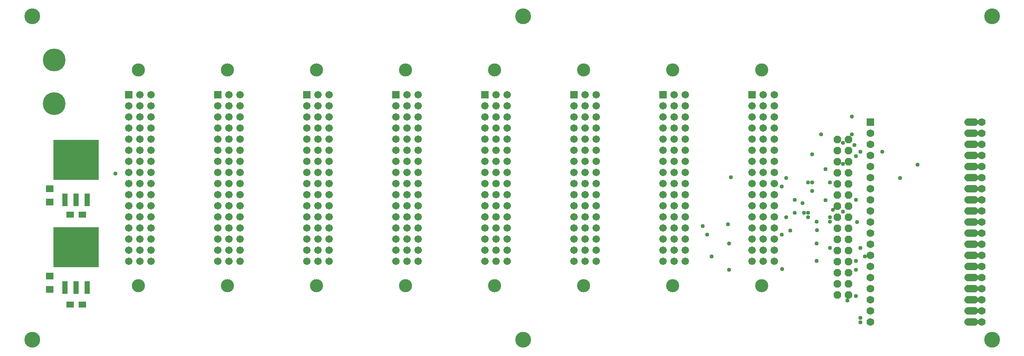
<source format=gbr>
G04 EAGLE Gerber RS-274X export*
G75*
%MOMM*%
%FSLAX34Y34*%
%LPD*%
%INSoldermask Top*%
%IPPOS*%
%AMOC8*
5,1,8,0,0,1.08239X$1,22.5*%
G01*
%ADD10C,3.603200*%
%ADD11C,2.993200*%
%ADD12R,1.711200X1.711200*%
%ADD13C,1.711200*%
%ADD14C,5.203200*%
%ADD15R,1.219200X2.895600*%
%ADD16R,10.363200X9.144000*%
%ADD17R,1.703200X1.473200*%
%ADD18R,1.803200X1.503200*%
%ADD19P,1.869504X8X112.500000*%
%ADD20R,1.763200X1.763200*%
%ADD21C,1.763200*%
%ADD22C,1.727200*%
%ADD23C,0.959600*%


D10*
X30000Y770000D03*
X30000Y30000D03*
X2220000Y30000D03*
X2220000Y770000D03*
X1150000Y770000D03*
X1150000Y30000D03*
D11*
X272400Y153100D03*
X272400Y646900D03*
D12*
X250000Y590500D03*
D13*
X250000Y565100D03*
X250000Y539700D03*
X250000Y514300D03*
X250000Y488900D03*
X250000Y463500D03*
X250000Y438100D03*
X250000Y412700D03*
X250000Y387300D03*
X250000Y361900D03*
X250000Y336500D03*
X250000Y311100D03*
X250000Y285700D03*
X250000Y260300D03*
X250000Y234900D03*
X250000Y209500D03*
X275400Y590500D03*
X275400Y565100D03*
X275400Y539700D03*
X275400Y514300D03*
X275400Y488900D03*
X275400Y463500D03*
X275400Y438100D03*
X275400Y412700D03*
X275400Y387300D03*
X275400Y361900D03*
X275400Y336500D03*
X275400Y311100D03*
X275400Y285700D03*
X275400Y260300D03*
X275400Y234900D03*
X275400Y209500D03*
X300800Y590500D03*
X300800Y565100D03*
X300800Y539700D03*
X300800Y514300D03*
X300800Y488900D03*
X300800Y463500D03*
X300800Y438100D03*
X300800Y412700D03*
X300800Y387300D03*
X300800Y361900D03*
X300800Y336500D03*
X300800Y311100D03*
X300800Y285700D03*
X300800Y260300D03*
X300800Y234900D03*
X300800Y209500D03*
D11*
X475600Y153100D03*
X475600Y646900D03*
D12*
X453200Y590500D03*
D13*
X453200Y565100D03*
X453200Y539700D03*
X453200Y514300D03*
X453200Y488900D03*
X453200Y463500D03*
X453200Y438100D03*
X453200Y412700D03*
X453200Y387300D03*
X453200Y361900D03*
X453200Y336500D03*
X453200Y311100D03*
X453200Y285700D03*
X453200Y260300D03*
X453200Y234900D03*
X453200Y209500D03*
X478600Y590500D03*
X478600Y565100D03*
X478600Y539700D03*
X478600Y514300D03*
X478600Y488900D03*
X478600Y463500D03*
X478600Y438100D03*
X478600Y412700D03*
X478600Y387300D03*
X478600Y361900D03*
X478600Y336500D03*
X478600Y311100D03*
X478600Y285700D03*
X478600Y260300D03*
X478600Y234900D03*
X478600Y209500D03*
X504000Y590500D03*
X504000Y565100D03*
X504000Y539700D03*
X504000Y514300D03*
X504000Y488900D03*
X504000Y463500D03*
X504000Y438100D03*
X504000Y412700D03*
X504000Y387300D03*
X504000Y361900D03*
X504000Y336500D03*
X504000Y311100D03*
X504000Y285700D03*
X504000Y260300D03*
X504000Y234900D03*
X504000Y209500D03*
D11*
X678800Y153100D03*
X678800Y646900D03*
D12*
X656400Y590500D03*
D13*
X656400Y565100D03*
X656400Y539700D03*
X656400Y514300D03*
X656400Y488900D03*
X656400Y463500D03*
X656400Y438100D03*
X656400Y412700D03*
X656400Y387300D03*
X656400Y361900D03*
X656400Y336500D03*
X656400Y311100D03*
X656400Y285700D03*
X656400Y260300D03*
X656400Y234900D03*
X656400Y209500D03*
X681800Y590500D03*
X681800Y565100D03*
X681800Y539700D03*
X681800Y514300D03*
X681800Y488900D03*
X681800Y463500D03*
X681800Y438100D03*
X681800Y412700D03*
X681800Y387300D03*
X681800Y361900D03*
X681800Y336500D03*
X681800Y311100D03*
X681800Y285700D03*
X681800Y260300D03*
X681800Y234900D03*
X681800Y209500D03*
X707200Y590500D03*
X707200Y565100D03*
X707200Y539700D03*
X707200Y514300D03*
X707200Y488900D03*
X707200Y463500D03*
X707200Y438100D03*
X707200Y412700D03*
X707200Y387300D03*
X707200Y361900D03*
X707200Y336500D03*
X707200Y311100D03*
X707200Y285700D03*
X707200Y260300D03*
X707200Y234900D03*
X707200Y209500D03*
D11*
X882000Y153100D03*
X882000Y646900D03*
D12*
X859600Y590500D03*
D13*
X859600Y565100D03*
X859600Y539700D03*
X859600Y514300D03*
X859600Y488900D03*
X859600Y463500D03*
X859600Y438100D03*
X859600Y412700D03*
X859600Y387300D03*
X859600Y361900D03*
X859600Y336500D03*
X859600Y311100D03*
X859600Y285700D03*
X859600Y260300D03*
X859600Y234900D03*
X859600Y209500D03*
X885000Y590500D03*
X885000Y565100D03*
X885000Y539700D03*
X885000Y514300D03*
X885000Y488900D03*
X885000Y463500D03*
X885000Y438100D03*
X885000Y412700D03*
X885000Y387300D03*
X885000Y361900D03*
X885000Y336500D03*
X885000Y311100D03*
X885000Y285700D03*
X885000Y260300D03*
X885000Y234900D03*
X885000Y209500D03*
X910400Y590500D03*
X910400Y565100D03*
X910400Y539700D03*
X910400Y514300D03*
X910400Y488900D03*
X910400Y463500D03*
X910400Y438100D03*
X910400Y412700D03*
X910400Y387300D03*
X910400Y361900D03*
X910400Y336500D03*
X910400Y311100D03*
X910400Y285700D03*
X910400Y260300D03*
X910400Y234900D03*
X910400Y209500D03*
D11*
X1085200Y153100D03*
X1085200Y646900D03*
D12*
X1062800Y590500D03*
D13*
X1062800Y565100D03*
X1062800Y539700D03*
X1062800Y514300D03*
X1062800Y488900D03*
X1062800Y463500D03*
X1062800Y438100D03*
X1062800Y412700D03*
X1062800Y387300D03*
X1062800Y361900D03*
X1062800Y336500D03*
X1062800Y311100D03*
X1062800Y285700D03*
X1062800Y260300D03*
X1062800Y234900D03*
X1062800Y209500D03*
X1088200Y590500D03*
X1088200Y565100D03*
X1088200Y539700D03*
X1088200Y514300D03*
X1088200Y488900D03*
X1088200Y463500D03*
X1088200Y438100D03*
X1088200Y412700D03*
X1088200Y387300D03*
X1088200Y361900D03*
X1088200Y336500D03*
X1088200Y311100D03*
X1088200Y285700D03*
X1088200Y260300D03*
X1088200Y234900D03*
X1088200Y209500D03*
X1113600Y590500D03*
X1113600Y565100D03*
X1113600Y539700D03*
X1113600Y514300D03*
X1113600Y488900D03*
X1113600Y463500D03*
X1113600Y438100D03*
X1113600Y412700D03*
X1113600Y387300D03*
X1113600Y361900D03*
X1113600Y336500D03*
X1113600Y311100D03*
X1113600Y285700D03*
X1113600Y260300D03*
X1113600Y234900D03*
X1113600Y209500D03*
D11*
X1288400Y153100D03*
X1288400Y646900D03*
D12*
X1266000Y590500D03*
D13*
X1266000Y565100D03*
X1266000Y539700D03*
X1266000Y514300D03*
X1266000Y488900D03*
X1266000Y463500D03*
X1266000Y438100D03*
X1266000Y412700D03*
X1266000Y387300D03*
X1266000Y361900D03*
X1266000Y336500D03*
X1266000Y311100D03*
X1266000Y285700D03*
X1266000Y260300D03*
X1266000Y234900D03*
X1266000Y209500D03*
X1291400Y590500D03*
X1291400Y565100D03*
X1291400Y539700D03*
X1291400Y514300D03*
X1291400Y488900D03*
X1291400Y463500D03*
X1291400Y438100D03*
X1291400Y412700D03*
X1291400Y387300D03*
X1291400Y361900D03*
X1291400Y336500D03*
X1291400Y311100D03*
X1291400Y285700D03*
X1291400Y260300D03*
X1291400Y234900D03*
X1291400Y209500D03*
X1316800Y590500D03*
X1316800Y565100D03*
X1316800Y539700D03*
X1316800Y514300D03*
X1316800Y488900D03*
X1316800Y463500D03*
X1316800Y438100D03*
X1316800Y412700D03*
X1316800Y387300D03*
X1316800Y361900D03*
X1316800Y336500D03*
X1316800Y311100D03*
X1316800Y285700D03*
X1316800Y260300D03*
X1316800Y234900D03*
X1316800Y209500D03*
D11*
X1491600Y153100D03*
X1491600Y646900D03*
D12*
X1469200Y590500D03*
D13*
X1469200Y565100D03*
X1469200Y539700D03*
X1469200Y514300D03*
X1469200Y488900D03*
X1469200Y463500D03*
X1469200Y438100D03*
X1469200Y412700D03*
X1469200Y387300D03*
X1469200Y361900D03*
X1469200Y336500D03*
X1469200Y311100D03*
X1469200Y285700D03*
X1469200Y260300D03*
X1469200Y234900D03*
X1469200Y209500D03*
X1494600Y590500D03*
X1494600Y565100D03*
X1494600Y539700D03*
X1494600Y514300D03*
X1494600Y488900D03*
X1494600Y463500D03*
X1494600Y438100D03*
X1494600Y412700D03*
X1494600Y387300D03*
X1494600Y361900D03*
X1494600Y336500D03*
X1494600Y311100D03*
X1494600Y285700D03*
X1494600Y260300D03*
X1494600Y234900D03*
X1494600Y209500D03*
X1520000Y590500D03*
X1520000Y565100D03*
X1520000Y539700D03*
X1520000Y514300D03*
X1520000Y488900D03*
X1520000Y463500D03*
X1520000Y438100D03*
X1520000Y412700D03*
X1520000Y387300D03*
X1520000Y361900D03*
X1520000Y336500D03*
X1520000Y311100D03*
X1520000Y285700D03*
X1520000Y260300D03*
X1520000Y234900D03*
X1520000Y209500D03*
D11*
X1694800Y153100D03*
X1694800Y646900D03*
D12*
X1672400Y590500D03*
D13*
X1672400Y565100D03*
X1672400Y539700D03*
X1672400Y514300D03*
X1672400Y488900D03*
X1672400Y463500D03*
X1672400Y438100D03*
X1672400Y412700D03*
X1672400Y387300D03*
X1672400Y361900D03*
X1672400Y336500D03*
X1672400Y311100D03*
X1672400Y285700D03*
X1672400Y260300D03*
X1672400Y234900D03*
X1672400Y209500D03*
X1697800Y590500D03*
X1697800Y565100D03*
X1697800Y539700D03*
X1697800Y514300D03*
X1697800Y488900D03*
X1697800Y463500D03*
X1697800Y438100D03*
X1697800Y412700D03*
X1697800Y387300D03*
X1697800Y361900D03*
X1697800Y336500D03*
X1697800Y311100D03*
X1697800Y285700D03*
X1697800Y260300D03*
X1697800Y234900D03*
X1697800Y209500D03*
X1723200Y590500D03*
X1723200Y565100D03*
X1723200Y539700D03*
X1723200Y514300D03*
X1723200Y488900D03*
X1723200Y463500D03*
X1723200Y438100D03*
X1723200Y412700D03*
X1723200Y387300D03*
X1723200Y361900D03*
X1723200Y336500D03*
X1723200Y311100D03*
X1723200Y285700D03*
X1723200Y260300D03*
X1723200Y234900D03*
X1723200Y209500D03*
D14*
X80000Y670000D03*
X80000Y570000D03*
D15*
X104600Y349576D03*
X130000Y349576D03*
X155400Y349576D03*
D16*
X130000Y441524D03*
D17*
X143970Y316000D03*
X116030Y316000D03*
D18*
X70000Y375240D03*
X70000Y344760D03*
D15*
X104600Y149576D03*
X130000Y149576D03*
X155400Y149576D03*
D16*
X130000Y241524D03*
D17*
X143970Y110000D03*
X116030Y110000D03*
D18*
X70000Y175240D03*
X70000Y144760D03*
D19*
X1892700Y132200D03*
X1867300Y132200D03*
X1892700Y157600D03*
X1867300Y157600D03*
X1892700Y183000D03*
X1867300Y183000D03*
X1892700Y208400D03*
X1867300Y208400D03*
X1892700Y233800D03*
X1867300Y233800D03*
X1892700Y259200D03*
X1867300Y259200D03*
X1892700Y284600D03*
X1867300Y284600D03*
X1892700Y310000D03*
X1867300Y310000D03*
X1892700Y335400D03*
X1867300Y335400D03*
X1892700Y360800D03*
X1867300Y360800D03*
X1892700Y386200D03*
X1867300Y386200D03*
X1892700Y411600D03*
X1867300Y411600D03*
X1892700Y437000D03*
X1867300Y437000D03*
X1892700Y462400D03*
X1867300Y462400D03*
X1892700Y487800D03*
X1867300Y487800D03*
D20*
X1943000Y527600D03*
D21*
X1943000Y502200D03*
X1943000Y70400D03*
X1943000Y476800D03*
X1943000Y451400D03*
X1943000Y426000D03*
X1943000Y400600D03*
X1943000Y375200D03*
X1943000Y349800D03*
X1943000Y324400D03*
X1943000Y299000D03*
X1943000Y273600D03*
X1943000Y248200D03*
X1943000Y222800D03*
X1943000Y197400D03*
X1943000Y172000D03*
X1943000Y146600D03*
X1943000Y121200D03*
X1943000Y95800D03*
X2197000Y527600D03*
X2197000Y502200D03*
X2197000Y476800D03*
X2197000Y451400D03*
X2197000Y426000D03*
X2197000Y400600D03*
X2197000Y375200D03*
X2197000Y349800D03*
X2197000Y324400D03*
X2197000Y299000D03*
X2197000Y273600D03*
X2197000Y248200D03*
X2197000Y222800D03*
X2197000Y197400D03*
X2197000Y172000D03*
X2197000Y146600D03*
X2197000Y121200D03*
X2197000Y95800D03*
X2197000Y70400D03*
D22*
X2180220Y70400D02*
X2164980Y70400D01*
X2164980Y95800D02*
X2180220Y95800D01*
X2180220Y121200D02*
X2164980Y121200D01*
X2164980Y146600D02*
X2180220Y146600D01*
X2180220Y172000D02*
X2164980Y172000D01*
X2164980Y197400D02*
X2180220Y197400D01*
X2180220Y222800D02*
X2164980Y222800D01*
X2164980Y248200D02*
X2180220Y248200D01*
X2180220Y273600D02*
X2164980Y273600D01*
X2164980Y299000D02*
X2180220Y299000D01*
X2180220Y324400D02*
X2164980Y324400D01*
X2164980Y349800D02*
X2180220Y349800D01*
X2180220Y375200D02*
X2164980Y375200D01*
X2164980Y400600D02*
X2180220Y400600D01*
X2180220Y426000D02*
X2164980Y426000D01*
X2164980Y451400D02*
X2180220Y451400D01*
X2180220Y476800D02*
X2164980Y476800D01*
X2164980Y502200D02*
X2180220Y502200D01*
X2180220Y527600D02*
X2164980Y527600D01*
D23*
X1900000Y540000D03*
X1740000Y380000D03*
X1750000Y400000D03*
X1970000Y460000D03*
X1900000Y500000D03*
X1617200Y294100D03*
X1620000Y250000D03*
X1620000Y190000D03*
X1920000Y80000D03*
X1920000Y70000D03*
X1580000Y220000D03*
X1570000Y270000D03*
X1560000Y290000D03*
X1800000Y310000D03*
X1910000Y450000D03*
X1920000Y460000D03*
X1820000Y300000D03*
X1857210Y327210D03*
X1624000Y401874D03*
X1880100Y322500D03*
X1910000Y350000D03*
X1912500Y299300D03*
X1930000Y220000D03*
X1910000Y210000D03*
X1850000Y240000D03*
X1820000Y250000D03*
X220000Y410000D03*
X1910000Y130000D03*
X1770000Y320000D03*
X1850000Y300000D03*
X1790912Y320000D03*
X1840000Y349000D03*
X1741350Y191350D03*
X1820500Y280500D03*
X1850000Y310000D03*
X1800000Y320000D03*
X1760000Y280000D03*
X1820000Y210000D03*
X1890000Y119274D03*
X1840000Y420000D03*
X2050000Y430000D03*
X2010000Y400000D03*
X1905900Y475200D03*
X1788000Y342000D03*
X1850000Y390000D03*
X1910000Y190000D03*
X1750000Y310000D03*
X1920000Y240000D03*
X1880000Y480000D03*
X1879999Y431921D03*
X1810000Y370000D03*
X1830000Y500000D03*
X1800000Y390000D03*
X1810000Y453990D03*
X1810000Y390000D03*
X1770000Y350000D03*
X1740000Y270000D03*
M02*

</source>
